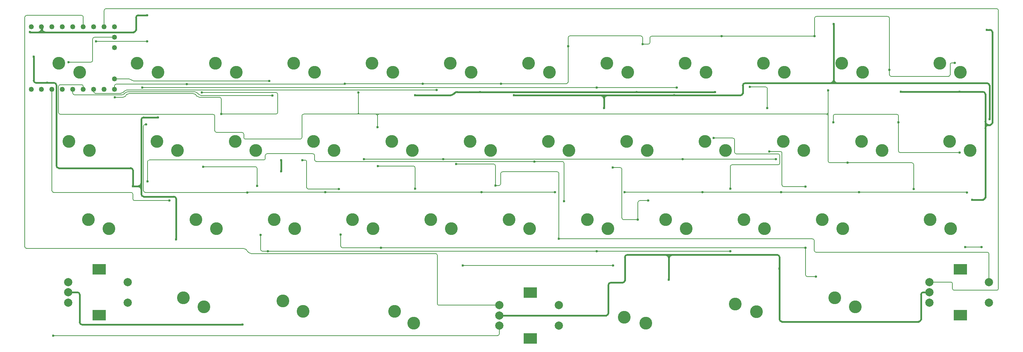
<source format=gbr>
G04 #@! TF.GenerationSoftware,KiCad,Pcbnew,8.0.2-1*
G04 #@! TF.CreationDate,2024-07-03T19:50:57+09:00*
G04 #@! TF.ProjectId,lagoon,6c61676f-6f6e-42e6-9b69-6361645f7063,rev?*
G04 #@! TF.SameCoordinates,Original*
G04 #@! TF.FileFunction,Copper,L1,Top*
G04 #@! TF.FilePolarity,Positive*
%FSLAX46Y46*%
G04 Gerber Fmt 4.6, Leading zero omitted, Abs format (unit mm)*
G04 Created by KiCad (PCBNEW 8.0.2-1) date 2024-07-03 19:50:57*
%MOMM*%
%LPD*%
G01*
G04 APERTURE LIST*
G04 #@! TA.AperFunction,WasherPad*
%ADD10C,3.100000*%
G04 #@! TD*
G04 #@! TA.AperFunction,ComponentPad*
%ADD11C,2.000000*%
G04 #@! TD*
G04 #@! TA.AperFunction,ComponentPad*
%ADD12R,3.200000X2.500000*%
G04 #@! TD*
G04 #@! TA.AperFunction,ComponentPad*
%ADD13C,1.250000*%
G04 #@! TD*
G04 #@! TA.AperFunction,ViaPad*
%ADD14C,0.600000*%
G04 #@! TD*
G04 #@! TA.AperFunction,Conductor*
%ADD15C,0.200000*%
G04 #@! TD*
G04 #@! TA.AperFunction,Conductor*
%ADD16C,0.400000*%
G04 #@! TD*
G04 APERTURE END LIST*
D10*
X198785436Y-50325033D03*
X203785436Y-52525033D03*
X74960436Y-69375033D03*
X79960436Y-71575033D03*
X213072936Y-31275033D03*
X218072936Y-33475033D03*
X24954236Y-50325033D03*
X29954236Y-52525033D03*
X174972936Y-31275033D03*
X179972936Y-33475033D03*
X46385436Y-50325033D03*
X51385436Y-52525033D03*
X151160436Y-69375033D03*
X156160436Y-71575033D03*
X217835436Y-50325033D03*
X222835436Y-52525033D03*
X194022936Y-31275033D03*
X199022936Y-33475033D03*
X113060436Y-69375033D03*
X118060436Y-71575033D03*
X239266736Y-50325033D03*
X244266736Y-52525033D03*
X160091336Y-93160490D03*
X165348857Y-94643215D03*
X155922936Y-31275033D03*
X160922936Y-33475033D03*
X141635436Y-50325033D03*
X146635436Y-52525033D03*
X65435436Y-50325033D03*
X70435436Y-52525033D03*
X179735436Y-50325033D03*
X184735436Y-52525033D03*
X187149515Y-89958702D03*
X192290799Y-91804561D03*
X29716736Y-69375033D03*
X34716736Y-71575033D03*
D11*
X129722985Y-90270414D03*
X129722985Y-95270414D03*
X129722985Y-92770414D03*
D12*
X137222985Y-87170414D03*
X137222985Y-98370414D03*
D11*
X144222985Y-95270414D03*
X144222985Y-90270414D03*
D10*
X77095817Y-89248038D03*
X81930173Y-91791461D03*
X132110436Y-69375033D03*
X137110436Y-71575033D03*
X52824736Y-88425033D03*
X57824736Y-90625033D03*
X84485436Y-50325033D03*
X89485436Y-52525033D03*
X94010436Y-69375033D03*
X99010436Y-71575033D03*
X117822936Y-31275033D03*
X122822936Y-33475033D03*
X136872936Y-31275033D03*
X141872936Y-33475033D03*
X55910436Y-69375033D03*
X60910436Y-71575033D03*
X22572936Y-31275033D03*
X27572936Y-33475033D03*
D11*
X234385436Y-84606233D03*
X234385436Y-89606233D03*
X234385436Y-87106233D03*
D12*
X241885436Y-81506233D03*
X241885436Y-92706233D03*
D11*
X248885436Y-89606233D03*
X248885436Y-84606233D03*
D10*
X41622936Y-31275033D03*
X46622936Y-33475033D03*
X236885436Y-31275033D03*
X241885436Y-33475033D03*
X122585436Y-50325033D03*
X127585436Y-52525033D03*
X60672936Y-31275033D03*
X65672936Y-33475033D03*
X160685436Y-50325033D03*
X165685436Y-52525033D03*
X189260436Y-69375033D03*
X194260436Y-71575033D03*
X208310436Y-69375033D03*
X213310436Y-71575033D03*
D11*
X24835436Y-84606233D03*
X24835436Y-89606233D03*
X24835436Y-87106233D03*
D12*
X32335436Y-81506233D03*
X32335436Y-92706233D03*
D11*
X39335436Y-89606233D03*
X39335436Y-84606233D03*
D10*
X234504236Y-69375033D03*
X239504236Y-71575033D03*
X170210436Y-69375033D03*
X175210436Y-71575033D03*
X104273055Y-91765459D03*
X108918215Y-94639915D03*
X103535436Y-50325033D03*
X108535436Y-52525033D03*
X98772936Y-31275033D03*
X103772936Y-33475033D03*
X79722936Y-31275033D03*
X84722936Y-33475033D03*
D13*
X15808236Y-37684667D03*
X18328236Y-37684667D03*
X20868236Y-37684667D03*
X23398236Y-37684667D03*
X25948236Y-37684667D03*
X28488236Y-37684667D03*
X31028236Y-37684667D03*
X33568236Y-37684667D03*
X36108236Y-37684667D03*
X36108236Y-35144667D03*
X36108236Y-27524667D03*
X36108236Y-24984667D03*
X36092577Y-22444667D03*
X33568236Y-22444667D03*
X31028236Y-22444667D03*
X28488236Y-22444667D03*
X25948236Y-22444667D03*
X23408236Y-22444667D03*
X20868236Y-22444667D03*
X18328236Y-22444667D03*
X15808236Y-22444667D03*
D10*
X211365536Y-88425033D03*
X216365536Y-90625033D03*
D14*
X111122936Y-36268633D03*
X146473999Y-27136557D03*
X130121336Y-36268633D03*
X240523275Y-31195033D03*
X164571862Y-26661495D03*
X224654901Y-32875033D03*
X206428445Y-24727979D03*
X53705036Y-36371433D03*
X92122936Y-36268633D03*
X183780599Y-24724584D03*
X73747936Y-35658181D03*
X226848938Y-45711294D03*
X174351199Y-54634907D03*
X241774753Y-53100669D03*
X116125072Y-54637103D03*
X197067436Y-54632943D03*
X210995790Y-45737533D03*
X96786644Y-54637633D03*
X179167474Y-62748266D03*
X87422556Y-62759642D03*
X125423677Y-62759056D03*
X143273514Y-62757735D03*
X68433396Y-62765268D03*
X217280185Y-62755122D03*
X43743413Y-46200913D03*
X243477315Y-62761285D03*
X160173693Y-62750197D03*
X198282435Y-62750330D03*
X24869115Y-31034175D03*
X243066941Y-76131845D03*
X247080160Y-76131845D03*
X51099751Y-74215565D03*
X16408236Y-29663347D03*
X241711117Y-38254503D03*
X163201553Y-38301656D03*
X125103401Y-38299309D03*
X19716336Y-36079833D03*
X109244995Y-39081233D03*
X227439646Y-38254955D03*
X182247936Y-38295366D03*
X46668836Y-44478833D03*
X248316036Y-23140233D03*
X40571036Y-61286998D03*
X244820377Y-64550781D03*
X44024966Y-25977204D03*
X31602836Y-25992233D03*
X211102136Y-21699604D03*
X67208932Y-94986016D03*
X76658840Y-54890116D03*
X76658840Y-57647128D03*
X15470180Y-23715571D03*
X133289836Y-39137533D03*
X155187006Y-42253349D03*
X172304110Y-39137533D03*
X44076224Y-19594038D03*
X170992455Y-84060213D03*
X197904136Y-81313137D03*
X248979036Y-44937533D03*
X157397145Y-80552359D03*
X120815149Y-80562505D03*
X138288437Y-55237633D03*
X145448385Y-64896607D03*
X44129436Y-60093933D03*
X165929346Y-64788139D03*
X157343166Y-56736881D03*
X163447936Y-69443477D03*
X153423236Y-37213333D03*
X49474736Y-64769933D03*
X42821836Y-37213333D03*
X172904110Y-37201355D03*
X70774836Y-61196533D03*
X185910436Y-77100333D03*
X73374712Y-77079333D03*
X153442280Y-77095175D03*
X62047936Y-43683166D03*
X185910436Y-61885433D03*
X181833545Y-49550453D03*
X57671036Y-56512233D03*
X71620555Y-73128117D03*
X36171700Y-39636733D03*
X57322936Y-38450333D03*
X91149836Y-73007033D03*
X206803474Y-83292729D03*
X100955636Y-76284333D03*
X81763236Y-54890116D03*
X190672936Y-37093169D03*
X194938836Y-42240133D03*
X90660436Y-61968833D03*
X195435436Y-52785733D03*
X74475392Y-39184782D03*
X204242236Y-61387533D03*
X204247845Y-76284333D03*
X95422936Y-38448433D03*
X100187036Y-56326733D03*
X100046036Y-46870933D03*
X209722936Y-37931841D03*
X109216736Y-61897533D03*
X214485436Y-55560133D03*
X230533175Y-61981133D03*
X128760436Y-61097133D03*
X144222936Y-74097333D03*
X119235436Y-55859533D03*
X114472936Y-37848433D03*
X21168935Y-97648079D03*
D15*
X146473999Y-27136557D02*
X146473979Y-25064254D01*
X224654901Y-20335354D02*
X224654901Y-32875033D01*
X146473999Y-27136557D02*
X146466336Y-27144220D01*
X206428445Y-24727979D02*
X206424860Y-24724394D01*
X53705036Y-36371433D02*
X36531959Y-36371433D01*
X239411800Y-31618985D02*
X239411800Y-34085772D01*
X206425050Y-24724584D02*
X206428445Y-24727979D01*
X164572936Y-26662569D02*
X164571862Y-26661495D01*
X183780599Y-24724584D02*
X166781837Y-24724584D01*
X146041736Y-36268633D02*
X130121336Y-36268633D01*
X92122936Y-36268633D02*
X92122936Y-36371433D01*
X206848629Y-19911959D02*
X224231506Y-19911959D01*
X224654901Y-34085446D02*
X224654901Y-32875033D01*
X111122936Y-36268633D02*
X92122936Y-36268633D01*
X240523275Y-31195033D02*
X239835791Y-31195009D01*
X165934907Y-26661495D02*
X164571862Y-26661495D01*
X36108236Y-36795156D02*
X36108236Y-37684633D01*
X146466336Y-27144220D02*
X146466336Y-35844033D01*
X183780599Y-24724584D02*
X206425050Y-24724584D01*
X146898011Y-24640218D02*
X164148713Y-24640218D01*
X111122936Y-36268633D02*
X130121336Y-36268633D01*
X238987748Y-34509824D02*
X225079279Y-34509824D01*
X92122936Y-36371433D02*
X53705036Y-36371433D01*
X166358603Y-25147833D02*
X166358643Y-26237744D01*
X164571862Y-26661495D02*
X164571832Y-25063329D01*
X206424860Y-24724394D02*
X206424860Y-20335728D01*
X166358643Y-26237744D02*
G75*
G02*
X165934907Y-26661543I-423743J-56D01*
G01*
X224231506Y-19911959D02*
G75*
G02*
X224654941Y-20335354I-6J-423441D01*
G01*
X36531959Y-36371433D02*
G75*
G03*
X36108233Y-36795156I41J-423767D01*
G01*
X166781837Y-24724584D02*
G75*
G03*
X166358584Y-25147833I-37J-423216D01*
G01*
X146898011Y-24640218D02*
G75*
G03*
X146473918Y-25064254I-11J-424082D01*
G01*
X225079279Y-34509824D02*
G75*
G02*
X224654876Y-34085446I21J424424D01*
G01*
X239835791Y-31195009D02*
G75*
G03*
X239411809Y-31618985I9J-423991D01*
G01*
X146466336Y-35844033D02*
G75*
G02*
X146041736Y-36268636I-424636J33D01*
G01*
X239411800Y-34085772D02*
G75*
G02*
X238987748Y-34509900I-424100J-28D01*
G01*
X206424860Y-20335728D02*
G75*
G02*
X206848629Y-19911960I423740J28D01*
G01*
X164148713Y-24640218D02*
G75*
G02*
X164571782Y-25063329I-13J-423082D01*
G01*
X40233378Y-35373405D02*
X40290183Y-35430210D01*
X226848938Y-45711294D02*
X226848938Y-52678345D01*
X116127268Y-54634907D02*
X116125072Y-54637103D01*
X226409911Y-43723192D02*
X211420906Y-43723192D01*
X40231365Y-35373405D02*
X40233378Y-35373405D01*
X241773789Y-53101633D02*
X241774753Y-53100669D01*
X40837848Y-35657052D02*
X73745211Y-35657052D01*
X227272226Y-53101633D02*
X241773789Y-53101633D01*
X73745211Y-35657052D02*
X73747936Y-35658181D01*
X174351199Y-54634907D02*
X116127268Y-54634907D01*
X96787174Y-54637103D02*
X96786644Y-54637633D01*
X36108236Y-35144667D02*
X39679175Y-35144667D01*
X174353163Y-54632943D02*
X197067436Y-54632943D01*
X226833762Y-45696118D02*
X226833762Y-44147043D01*
X116125072Y-54637103D02*
X96787174Y-54637103D01*
X40286746Y-35428787D02*
X40290183Y-35430210D01*
X210995790Y-44148308D02*
X210995790Y-45737533D01*
X174351199Y-54634907D02*
X174353163Y-54632943D01*
X226833762Y-44147043D02*
G75*
G03*
X226409911Y-43723138I-423862J43D01*
G01*
X40290183Y-35430210D02*
G75*
G03*
X40837848Y-35657013I547617J547710D01*
G01*
X226848938Y-52678345D02*
G75*
G03*
X227272226Y-53101562I423262J45D01*
G01*
X211420906Y-43723192D02*
G75*
G03*
X210995792Y-44148308I-6J-425108D01*
G01*
X39679175Y-35144667D02*
G75*
G02*
X40231367Y-35373403I25J-780833D01*
G01*
X226848938Y-45711294D02*
G75*
G02*
X226833706Y-45696118I-38J15194D01*
G01*
X125424998Y-62757735D02*
X125423677Y-62759056D01*
X68439022Y-62759642D02*
X68433396Y-62765268D01*
X43556047Y-46200920D02*
X43743413Y-46200913D01*
X43131545Y-62339687D02*
X43131545Y-46625438D01*
X160173693Y-62750197D02*
X160175624Y-62748266D01*
X125423677Y-62759056D02*
X87425048Y-62759056D01*
X198282435Y-62750330D02*
X179169538Y-62750330D01*
X87422556Y-62759642D02*
X68439022Y-62759642D01*
X243477315Y-62761285D02*
X243471216Y-62755186D01*
X179172936Y-62742804D02*
X179167474Y-62748266D01*
X143273514Y-62757735D02*
X125424998Y-62757735D01*
X198282435Y-62750330D02*
X217275393Y-62750330D01*
X68433396Y-62765268D02*
X68417107Y-62748979D01*
X243471216Y-62755186D02*
X217280249Y-62755186D01*
X87425048Y-62759056D02*
X87422556Y-62761548D01*
X217280249Y-62755186D02*
X217280185Y-62755122D01*
X217275393Y-62750330D02*
X217280185Y-62755122D01*
X68433396Y-62765268D02*
X43557126Y-62765268D01*
X217266803Y-62750330D02*
X217271659Y-62755186D01*
X160175624Y-62748266D02*
X179167474Y-62748266D01*
X179169538Y-62750330D02*
X179167474Y-62748266D01*
X198275943Y-62581133D02*
X198272659Y-62584417D01*
X43557126Y-62765268D02*
G75*
G02*
X43131532Y-62339687I-26J425568D01*
G01*
X43131545Y-46625438D02*
G75*
G02*
X43556047Y-46200845I424555J38D01*
G01*
X30764436Y-30619016D02*
X30764436Y-25408173D01*
X31187976Y-24984633D02*
X36108236Y-24984633D01*
X24877573Y-31042633D02*
X30340819Y-31042633D01*
X24869115Y-31034175D02*
X24877573Y-31042633D01*
X30340819Y-31042633D02*
G75*
G03*
X30764433Y-30619016I-19J423633D01*
G01*
X30764436Y-25408173D02*
G75*
G02*
X31187976Y-24984636I423564J-27D01*
G01*
X243066941Y-76131845D02*
X247080160Y-76131845D01*
D16*
X42620142Y-62073698D02*
X42620136Y-62073704D01*
X21932336Y-56271796D02*
X21932336Y-36642020D01*
X247958736Y-47113460D02*
X247958736Y-45557088D01*
X244820377Y-64550781D02*
X247395113Y-64550747D01*
X125097936Y-38296333D02*
X163196230Y-38296333D01*
X51088736Y-64355745D02*
X51088727Y-64355736D01*
X40571036Y-61286998D02*
X41830209Y-61286998D01*
X163196230Y-38296333D02*
X163201553Y-38301656D01*
X21370149Y-36079833D02*
X19716336Y-36079833D01*
X46668836Y-44478833D02*
X43183491Y-44478833D01*
X227440098Y-38254503D02*
X241711117Y-38254503D01*
X118577434Y-38788426D02*
X118582608Y-38786283D01*
X42620136Y-45042188D02*
X42620136Y-60497046D01*
X50524519Y-63791536D02*
X43181034Y-63791536D01*
X248737247Y-46335577D02*
X249118382Y-46335577D01*
X41830209Y-61286998D02*
X41833430Y-61286998D01*
X42620142Y-60497052D02*
X42620142Y-62073698D01*
X163201553Y-38301656D02*
X163206876Y-38296333D01*
X19716336Y-36079833D02*
X16972289Y-36079830D01*
X249117266Y-23140233D02*
X248316036Y-23140233D01*
X119486426Y-38299309D02*
X125103401Y-38299309D01*
X40571036Y-61286998D02*
X40571036Y-57396647D01*
X227439646Y-38254955D02*
X227440098Y-38254503D01*
X249681036Y-45772923D02*
X249681036Y-23704003D01*
X40007722Y-56833333D02*
X22493873Y-56833333D01*
X247958736Y-38817550D02*
X247958736Y-45557088D01*
X42620136Y-60497046D02*
X42620142Y-60497052D01*
X42620136Y-63230638D02*
X42620136Y-62073704D01*
X16408236Y-35515776D02*
X16408236Y-29663347D01*
X163206876Y-38296333D02*
X182246969Y-38296333D01*
X182246969Y-38296333D02*
X182247936Y-38295366D01*
X118582608Y-38786283D02*
X118774835Y-38594056D01*
X248737247Y-46335577D02*
X248736619Y-46335577D01*
X51099751Y-74215565D02*
X51088736Y-74204550D01*
X247958736Y-45557088D02*
X247958745Y-45557097D01*
X241711117Y-38254503D02*
X247395689Y-38254503D01*
X51088736Y-74204550D02*
X51088736Y-64355745D01*
X247958736Y-47113460D02*
X247958736Y-63987117D01*
X109244995Y-39081233D02*
X117870519Y-39081233D01*
X247958745Y-45557097D02*
G75*
G03*
X248737247Y-46335555I778455J-3D01*
G01*
X21932336Y-36642020D02*
G75*
G03*
X21370149Y-36079764I-562236J20D01*
G01*
X249681036Y-23704003D02*
G75*
G03*
X249117266Y-23140264I-563736J3D01*
G01*
X43181034Y-63791536D02*
G75*
G02*
X42620064Y-63230638I-34J560936D01*
G01*
X247958736Y-63987117D02*
G75*
G02*
X247395113Y-64550736I-563636J17D01*
G01*
X117870519Y-39081233D02*
G75*
G03*
X118577422Y-38788414I-19J999733D01*
G01*
X249118382Y-46335577D02*
G75*
G03*
X249681077Y-45772923I18J562677D01*
G01*
X247395689Y-38254503D02*
G75*
G02*
X247958797Y-38817550I11J-563097D01*
G01*
X42620142Y-60497052D02*
G75*
G02*
X41830209Y-61287042I-789942J-48D01*
G01*
X248736619Y-46335577D02*
G75*
G03*
X247958677Y-47113460I-19J-777923D01*
G01*
X51088727Y-64355736D02*
G75*
G03*
X50524519Y-63791473I-564227J36D01*
G01*
X43183491Y-44478833D02*
G75*
G03*
X42620133Y-45042188I9J-563367D01*
G01*
X22493873Y-56833333D02*
G75*
G02*
X21932367Y-56271796I27J561533D01*
G01*
X41833430Y-61286998D02*
G75*
G02*
X42620102Y-62073704I-30J-786702D01*
G01*
X118774835Y-38594056D02*
G75*
G02*
X119486426Y-38299339I711565J-711644D01*
G01*
X16972289Y-36079830D02*
G75*
G02*
X16408270Y-35515776I11J564030D01*
G01*
X40571036Y-57396647D02*
G75*
G03*
X40007722Y-56833264I-563336J47D01*
G01*
D15*
X31602836Y-25992233D02*
X43988683Y-25992233D01*
X43988683Y-25992233D02*
G75*
G03*
X44024979Y-25977217I17J51333D01*
G01*
D16*
X155187006Y-42253349D02*
X155187006Y-39920213D01*
X231760789Y-94262891D02*
X198465272Y-94262891D01*
X211896261Y-36171133D02*
X210318645Y-36171133D01*
X197904236Y-81313037D02*
X197904236Y-78560992D01*
X248414799Y-36171133D02*
X211896261Y-36171133D01*
X41313847Y-20159456D02*
X41313847Y-23167931D01*
X248979036Y-44937533D02*
X248979036Y-36735370D01*
X17672829Y-23737528D02*
X17672830Y-23737527D01*
X76658840Y-57647128D02*
X76658840Y-54890116D01*
X160828847Y-77997968D02*
X170201930Y-77997968D01*
X171784831Y-77997968D02*
X170201930Y-77997968D01*
X40744245Y-23737533D02*
X19130084Y-23737533D01*
X210318645Y-36171133D02*
X189510771Y-36171133D01*
X27606093Y-94423365D02*
X27606093Y-87667824D01*
X188947936Y-36733968D02*
X188947936Y-38575815D01*
X156254392Y-85326334D02*
X156254392Y-92208404D01*
X155969652Y-39137540D02*
X155969645Y-39137533D01*
X172304110Y-39137533D02*
X155969659Y-39137533D01*
X17672830Y-23737527D02*
X19130078Y-23737527D01*
X197904236Y-93701855D02*
X197904236Y-81313237D01*
X155969659Y-39137533D02*
X155969652Y-39137540D01*
X155692382Y-92770414D02*
X129722985Y-92770414D01*
X40750785Y-23730993D02*
X40744245Y-23737533D01*
D15*
X18328236Y-22444667D02*
X18328236Y-22517833D01*
D16*
X18328236Y-22513731D02*
X18328236Y-22444667D01*
X19130078Y-23737527D02*
X19130084Y-23737533D01*
X18447936Y-23055349D02*
X18447936Y-22637533D01*
X27044502Y-87106233D02*
X24835436Y-87106233D01*
X197341212Y-77997968D02*
X171784831Y-77997968D01*
X211102136Y-34537533D02*
X211102136Y-35387642D01*
X188386218Y-39137533D02*
X172304110Y-39137533D01*
X197904236Y-81313237D02*
X197904136Y-81313137D01*
X211102136Y-21699604D02*
X211102136Y-34537533D01*
X155187006Y-39920213D02*
X155187006Y-39912673D01*
X170992455Y-84060213D02*
X170992455Y-78790345D01*
X211102136Y-35377008D02*
X211102136Y-34537533D01*
X171784831Y-77997968D02*
X171784830Y-77997969D01*
X133289836Y-39137533D02*
X154411866Y-39137533D01*
X232324705Y-87669106D02*
X232324705Y-93698975D01*
X170992455Y-78790345D02*
X170992455Y-78788493D01*
X234385436Y-87106233D02*
X232887578Y-87106233D01*
X18328237Y-23082115D02*
X18328236Y-22513731D01*
X15492137Y-23737528D02*
X17672829Y-23737528D01*
X19130084Y-23737533D02*
X19130074Y-23737523D01*
X44076224Y-19594038D02*
X41879265Y-19594038D01*
X156814736Y-84765990D02*
X159703328Y-84765990D01*
X67208932Y-94986016D02*
X28168744Y-94986016D01*
X197904136Y-81313137D02*
X197904236Y-81313037D01*
X160265663Y-84203655D02*
X160265663Y-78561152D01*
X155969645Y-39137533D02*
X154411866Y-39137533D01*
X19130074Y-23737523D02*
G75*
G02*
X18447877Y-23055349I26J682223D01*
G01*
X198465272Y-94262891D02*
G75*
G02*
X197904309Y-93701855I28J560991D01*
G01*
X211102136Y-35387642D02*
G75*
G02*
X210318645Y-36171136I-783536J42D01*
G01*
X41879265Y-19594038D02*
G75*
G03*
X41313838Y-20159456I35J-565462D01*
G01*
X17672830Y-23737527D02*
G75*
G03*
X18328227Y-23082115I-30J655427D01*
G01*
X188947936Y-38575815D02*
G75*
G02*
X188386218Y-39137536I-561736J15D01*
G01*
X15470180Y-23715571D02*
G75*
G03*
X15492137Y-23737520I21920J-29D01*
G01*
X27606093Y-87667824D02*
G75*
G03*
X27044502Y-87106207I-561593J24D01*
G01*
X155187006Y-39912673D02*
G75*
G03*
X154411866Y-39137594I-775106J-27D01*
G01*
X155969652Y-39137540D02*
G75*
G03*
X155187040Y-39920213I48J-782660D01*
G01*
X189510771Y-36171133D02*
G75*
G03*
X188947933Y-36733968I29J-562867D01*
G01*
X28168744Y-94986016D02*
G75*
G02*
X27606084Y-94423365I-44J562616D01*
G01*
X232887578Y-87106233D02*
G75*
G03*
X232324733Y-87669106I22J-562867D01*
G01*
X41313847Y-23167931D02*
G75*
G02*
X40750785Y-23730947I-563047J31D01*
G01*
X156814736Y-84765990D02*
G75*
G03*
X156254390Y-85326334I-36J-560310D01*
G01*
X171784830Y-77997969D02*
G75*
G03*
X170992469Y-78790345I-30J-792331D01*
G01*
X232324705Y-93698975D02*
G75*
G02*
X231760789Y-94262905I-563905J-25D01*
G01*
X156254392Y-92208404D02*
G75*
G02*
X155692382Y-92770392I-561992J4D01*
G01*
X211896261Y-36171133D02*
G75*
G02*
X211102167Y-35377008I39J794133D01*
G01*
X170992455Y-78788493D02*
G75*
G03*
X170201930Y-77997945I-790555J-7D01*
G01*
X159703328Y-84765990D02*
G75*
G03*
X160265590Y-84203655I-28J562290D01*
G01*
D15*
X18328236Y-22517833D02*
G75*
G03*
X18447936Y-22637464I119664J33D01*
G01*
D16*
X160265663Y-78561152D02*
G75*
G02*
X160828847Y-77998063I563137J-48D01*
G01*
X15492142Y-23737533D02*
G75*
G02*
X15470167Y-23715571I-42J21933D01*
G01*
X248979036Y-36735370D02*
G75*
G03*
X248414799Y-36171164I-564236J-30D01*
G01*
X197904236Y-78560992D02*
G75*
G03*
X197341212Y-77997964I-563036J-8D01*
G01*
D15*
X120815149Y-80562505D02*
X120823006Y-80554648D01*
X121050033Y-80552359D02*
X157397145Y-80552359D01*
X120823006Y-80554648D02*
X120885439Y-80554648D01*
X120885439Y-80554648D02*
G75*
G03*
X121050033Y-80552359I-402839J34883948D01*
G01*
X44129436Y-55300431D02*
X44129436Y-60093933D01*
X138288437Y-55237633D02*
X85205280Y-55237633D01*
X84782469Y-54814822D02*
X84782469Y-53781781D01*
X84359821Y-53359133D02*
X73195252Y-53359133D01*
X72349317Y-54876269D02*
X44553598Y-54876269D01*
X72772515Y-53781870D02*
X72772515Y-54453071D01*
X138288437Y-55237633D02*
X145020904Y-55237633D01*
X145444736Y-64892958D02*
X145448385Y-64896607D01*
X145444736Y-55661465D02*
X145444736Y-64892958D01*
X84782469Y-53781781D02*
G75*
G03*
X84359821Y-53359131I-422669J-19D01*
G01*
X145020904Y-55237633D02*
G75*
G02*
X145444767Y-55661465I-4J-423867D01*
G01*
X73195252Y-53359133D02*
G75*
G03*
X72772533Y-53781870I48J-422767D01*
G01*
X72772515Y-54453071D02*
G75*
G02*
X72349317Y-54876315I-423215J-29D01*
G01*
X85205280Y-55237633D02*
G75*
G02*
X84782467Y-54814822I20J422833D01*
G01*
X44553598Y-54876269D02*
G75*
G03*
X44129469Y-55300431I2J-424131D01*
G01*
X153423236Y-37213333D02*
X172892132Y-37213333D01*
X163447936Y-69443477D02*
X163447936Y-65212426D01*
X49474736Y-64769933D02*
X40959718Y-64769933D01*
X159139691Y-56736905D02*
X157343166Y-56736881D01*
X163447936Y-69443477D02*
X159986710Y-69443477D01*
X40535036Y-64345251D02*
X40535036Y-63201517D01*
X163872239Y-64788126D02*
X165929346Y-64788139D01*
X42821836Y-37213333D02*
X153423236Y-37213333D01*
X20868236Y-62353664D02*
X20868236Y-37684633D01*
X40110669Y-62777150D02*
X21291722Y-62777150D01*
X159563436Y-69020203D02*
X159563436Y-57160656D01*
X163447936Y-65212426D02*
G75*
G02*
X163872239Y-64788136I424264J26D01*
G01*
X172892132Y-37213333D02*
G75*
G03*
X172904033Y-37201355I-32J11933D01*
G01*
X159563436Y-57160656D02*
G75*
G03*
X159139691Y-56736964I-423736J-44D01*
G01*
X159986710Y-69443477D02*
G75*
G02*
X159563423Y-69020203I-10J423277D01*
G01*
X21291722Y-62777150D02*
G75*
G02*
X20868250Y-62353664I-22J423450D01*
G01*
X40535036Y-63201517D02*
G75*
G03*
X40110669Y-62777164I-424336J17D01*
G01*
X40959718Y-64769933D02*
G75*
G02*
X40535067Y-64345251I-18J424633D01*
G01*
X61623636Y-39579333D02*
X56733688Y-39579333D01*
X153442280Y-77095175D02*
X73390554Y-77095175D01*
X197947936Y-53811468D02*
X197947936Y-55637523D01*
X71620555Y-76655682D02*
X71620555Y-73128117D01*
X70350571Y-56512233D02*
X57671036Y-56512233D01*
X185910436Y-56485246D02*
X185910436Y-61885433D01*
X187393364Y-53387733D02*
X197524201Y-53387733D01*
X197523626Y-56061833D02*
X186333849Y-56061833D01*
X70774836Y-61196533D02*
X70774836Y-56936498D01*
X56184537Y-39351867D02*
X55709942Y-38877272D01*
X39165987Y-38875885D02*
X38631912Y-39409960D01*
X153447438Y-77100333D02*
X185910436Y-77100333D01*
X186968891Y-49974327D02*
X186968891Y-52963260D01*
X38084433Y-39636733D02*
X36171700Y-39636733D01*
X75809104Y-43259485D02*
X75809104Y-38874704D01*
X55157475Y-38648433D02*
X39715105Y-38648433D01*
X62047936Y-43683166D02*
X75385423Y-43683166D01*
X75384733Y-38450333D02*
X57322936Y-38450333D01*
X153442280Y-77095175D02*
X153447438Y-77100333D01*
X62047936Y-40003633D02*
X62047936Y-43683166D01*
X73374712Y-77079333D02*
X72044182Y-77079315D01*
X181833545Y-49550453D02*
X186545017Y-49550453D01*
X73390554Y-77095175D02*
G75*
G02*
X73374725Y-77079333I46J15875D01*
G01*
X55709942Y-38877272D02*
G75*
G03*
X55157475Y-38648439I-552442J-552428D01*
G01*
X72044182Y-77079315D02*
G75*
G02*
X71620585Y-76655682I18J423615D01*
G01*
X38631912Y-39409960D02*
G75*
G02*
X38084433Y-39636762I-547512J547460D01*
G01*
X186545017Y-49550453D02*
G75*
G02*
X186968847Y-49974327I-17J-423847D01*
G01*
X186333849Y-56061833D02*
G75*
G03*
X185910433Y-56485246I-49J-423367D01*
G01*
X56733688Y-39579333D02*
G75*
G02*
X56184540Y-39351864I12J776633D01*
G01*
X61623636Y-39579333D02*
G75*
G02*
X62047867Y-40003633I-36J-424267D01*
G01*
X75809104Y-38874704D02*
G75*
G03*
X75384733Y-38450296I-424404J4D01*
G01*
X70774836Y-56936498D02*
G75*
G03*
X70350571Y-56512264I-424236J-2D01*
G01*
X39715105Y-38648433D02*
G75*
G03*
X39165985Y-38875883I-5J-776567D01*
G01*
X75385423Y-43683166D02*
G75*
G03*
X75809066Y-43259485I-23J423666D01*
G01*
X197947936Y-55637523D02*
G75*
G02*
X197523626Y-56061836I-424336J23D01*
G01*
X186968891Y-52963260D02*
G75*
G03*
X187393364Y-53387809I424509J-40D01*
G01*
X197524201Y-53387733D02*
G75*
G02*
X197947967Y-53811468I-1J-423767D01*
G01*
X204242236Y-61387533D02*
X198929677Y-61387533D01*
X204242236Y-76289942D02*
X204247845Y-76284333D01*
X100955636Y-76284333D02*
X204247845Y-76284333D01*
X198506136Y-60963992D02*
X198506136Y-53209907D01*
X198081962Y-52785733D02*
X195435436Y-52785733D01*
X56172387Y-38470698D02*
X56675427Y-38958248D01*
X25948236Y-37684667D02*
X25948257Y-38604929D01*
X26373063Y-39029726D02*
X26389979Y-39036733D01*
X25948236Y-37847400D02*
X25948236Y-37684633D01*
X82855736Y-61544977D02*
X82855736Y-55314259D01*
X206798008Y-83298195D02*
X204665691Y-83298195D01*
X91149836Y-73007033D02*
X91152285Y-73138577D01*
X190672936Y-37093169D02*
X194513798Y-37093169D01*
X57209173Y-39179333D02*
X74469943Y-39179333D01*
X204242236Y-82874740D02*
X204242236Y-76289942D01*
X100955636Y-76284333D02*
X91574038Y-76284333D01*
X74337601Y-39179333D02*
X74346036Y-39187768D01*
X74469943Y-39179333D02*
X74475392Y-39184782D01*
X206803474Y-83292729D02*
X206798008Y-83298195D01*
X91149836Y-73007033D02*
X91149865Y-75860164D01*
X39285356Y-38248433D02*
X55635792Y-38248433D01*
X37845561Y-39036733D02*
X37851656Y-39039258D01*
X91149836Y-73523722D02*
X91149836Y-73007033D01*
X90660436Y-61968833D02*
X83279592Y-61968833D01*
X26389979Y-39036733D02*
X37845561Y-39036733D01*
X82431593Y-54890116D02*
X81763236Y-54890116D01*
X194938836Y-37518207D02*
X194938836Y-42240133D01*
X38397560Y-38813137D02*
X38733803Y-38476894D01*
X194513798Y-37093169D02*
G75*
G02*
X194938831Y-37518207I2J-425031D01*
G01*
X198506136Y-53209907D02*
G75*
G03*
X198081962Y-52785764I-424136J7D01*
G01*
X83279592Y-61968833D02*
G75*
G02*
X82855767Y-61544977I8J423833D01*
G01*
X91574038Y-76284333D02*
G75*
G02*
X91149867Y-75860164I-38J424133D01*
G01*
X25948257Y-38604929D02*
G75*
G03*
X26373063Y-39029743I424843J29D01*
G01*
X204665691Y-83298195D02*
G75*
G02*
X204242205Y-82874740I9J423495D01*
G01*
X56675427Y-38958248D02*
G75*
G03*
X57209173Y-39179351I533773J533748D01*
G01*
X38733803Y-38476894D02*
G75*
G02*
X39285356Y-38248388I551597J-551506D01*
G01*
X55635792Y-38248433D02*
G75*
G02*
X56172393Y-38470692I8J-758867D01*
G01*
X82855736Y-55314259D02*
G75*
G03*
X82431593Y-54890164I-424136J-41D01*
G01*
X198929677Y-61387533D02*
G75*
G02*
X198506167Y-60963992I23J423533D01*
G01*
X37851656Y-39039258D02*
G75*
G03*
X38397589Y-38813166I44J772058D01*
G01*
X209722929Y-44102574D02*
X209722929Y-43304049D01*
X28488236Y-37684633D02*
X28488236Y-36943568D01*
X95422936Y-43309497D02*
X95422936Y-38448433D01*
X100438350Y-43704286D02*
X99642299Y-43704286D01*
X60914525Y-48157419D02*
X67109930Y-48157419D01*
X67535195Y-48582684D02*
X67535195Y-49372317D01*
X95817725Y-43704286D02*
X95041191Y-43704286D01*
X67958205Y-49795327D02*
X81261103Y-49795327D01*
X60489397Y-44179712D02*
X60489397Y-47732291D01*
X108794143Y-56326733D02*
X100187036Y-56326733D01*
X209722936Y-55136374D02*
X209722936Y-44102581D01*
X22471336Y-36944686D02*
X22471336Y-43332221D01*
X209722929Y-43304049D02*
X209722936Y-43304042D01*
X209722936Y-43304042D02*
X209722936Y-37931841D01*
X230523636Y-55983706D02*
X230523636Y-61971594D01*
X209722936Y-44102581D02*
X209722929Y-44102574D01*
X22895245Y-43756130D02*
X60065815Y-43756130D01*
X214485436Y-55560133D02*
X230100063Y-55560133D01*
X99642299Y-43704286D02*
X95817725Y-43704286D01*
X214485436Y-55560133D02*
X210146695Y-55560133D01*
X100046036Y-46870933D02*
X100046036Y-44108023D01*
X230523636Y-61971594D02*
X230533175Y-61981133D01*
X100438350Y-43704286D02*
X209322692Y-43704286D01*
X109216736Y-61897533D02*
X109216736Y-56749326D01*
X82110420Y-43704286D02*
X95041191Y-43704286D01*
X28064851Y-36520183D02*
X22895839Y-36520183D01*
X81687428Y-49369002D02*
X81687428Y-44127278D01*
X67109930Y-48157419D02*
G75*
G02*
X67535181Y-48582684I-30J-425281D01*
G01*
X67535195Y-49372317D02*
G75*
G03*
X67958205Y-49795305I423005J17D01*
G01*
X22895839Y-36520183D02*
G75*
G03*
X22471283Y-36944686I-39J-424517D01*
G01*
X60489397Y-47732291D02*
G75*
G03*
X60914525Y-48157403I425103J-9D01*
G01*
X28488236Y-36943568D02*
G75*
G03*
X28064851Y-36520164I-423436J-32D01*
G01*
X81687428Y-44127278D02*
G75*
G02*
X82110420Y-43704328I422972J-22D01*
G01*
X95817725Y-43704286D02*
G75*
G02*
X95422914Y-43309497I-25J394786D01*
G01*
X60065815Y-43756130D02*
G75*
G02*
X60489370Y-44179712I-15J-423570D01*
G01*
X100046036Y-44108023D02*
G75*
G03*
X99642299Y-43704264I-403736J23D01*
G01*
X81261103Y-49795327D02*
G75*
G03*
X81687427Y-49369002I-3J426327D01*
G01*
X209322692Y-43704286D02*
G75*
G03*
X209722986Y-43304042I8J400286D01*
G01*
X109216736Y-56749326D02*
G75*
G03*
X108794143Y-56326664I-422636J26D01*
G01*
X209722929Y-44102574D02*
G75*
G03*
X209324634Y-43704271I-398329J-26D01*
G01*
X100438350Y-43704286D02*
G75*
G03*
X100045986Y-44096600I-50J-392314D01*
G01*
X210146695Y-55560133D02*
G75*
G02*
X209722967Y-55136374I5J423733D01*
G01*
X95422936Y-43322541D02*
G75*
G02*
X95041191Y-43704236I-381736J41D01*
G01*
X22471336Y-43332221D02*
G75*
G03*
X22895245Y-43756064I423864J21D01*
G01*
X230100063Y-55560133D02*
G75*
G02*
X230523667Y-55983706I37J-423567D01*
G01*
X38495036Y-38074064D02*
X38495023Y-38074097D01*
X38495023Y-38074097D02*
X38159266Y-38409853D01*
X128760436Y-61097133D02*
X128760436Y-56283188D01*
X144222936Y-74097333D02*
X144222936Y-58177325D01*
X130059129Y-58176975D02*
X130059129Y-60672768D01*
X128336781Y-55859533D02*
X119235436Y-55859533D01*
X37611550Y-38636733D02*
X31451770Y-38636733D01*
X129634764Y-61097133D02*
X128760436Y-61097133D01*
X206353936Y-76933448D02*
X206353936Y-74520155D01*
X31028236Y-38213199D02*
X31028236Y-37684633D01*
X205931114Y-74097333D02*
X144222936Y-74097333D01*
X248885436Y-84606233D02*
X248885436Y-77779602D01*
X114472936Y-37848433D02*
X39039740Y-37848433D01*
X248462100Y-77356266D02*
X206776754Y-77356266D01*
X143799022Y-57753411D02*
X130482693Y-57753411D01*
X128760436Y-56283188D02*
G75*
G03*
X128336781Y-55859564I-423636J-12D01*
G01*
X206776754Y-77356266D02*
G75*
G02*
X206353934Y-76933448I46J422866D01*
G01*
X130059129Y-60672768D02*
G75*
G02*
X129634764Y-61097129I-424329J-32D01*
G01*
X38159266Y-38409853D02*
G75*
G02*
X37611550Y-38636707I-547666J547653D01*
G01*
X31451770Y-38636733D02*
G75*
G02*
X31028267Y-38213199I30J423533D01*
G01*
X130482693Y-57753411D02*
G75*
G03*
X130059111Y-58176975I7J-423589D01*
G01*
X39039740Y-37848433D02*
G75*
G03*
X38495025Y-38074053I-40J-770267D01*
G01*
X144222936Y-58177325D02*
G75*
G03*
X143799022Y-57753364I-423936J25D01*
G01*
X206353936Y-74520155D02*
G75*
G03*
X205931114Y-74097364I-422836J-45D01*
G01*
X248885436Y-77779602D02*
G75*
G03*
X248462100Y-77356264I-423336J2D01*
G01*
X69339587Y-77679333D02*
X114193878Y-77679333D01*
X28488236Y-22444633D02*
X28488236Y-20078854D01*
X14676499Y-76410610D02*
X67428071Y-76410610D01*
X67979290Y-76638940D02*
X68793397Y-77453086D01*
X114617136Y-78102591D02*
X114617136Y-89846226D01*
X28063406Y-19654024D02*
X14675753Y-19654024D01*
X14251057Y-20078720D02*
X14251057Y-75985168D01*
X115041324Y-90270414D02*
X129722985Y-90270414D01*
X67428071Y-76410610D02*
G75*
G02*
X67979298Y-76638932I29J-779490D01*
G01*
X28488236Y-20078854D02*
G75*
G03*
X28063406Y-19654064I-424836J-46D01*
G01*
X68793397Y-77453086D02*
G75*
G03*
X69339587Y-77679336I546203J546186D01*
G01*
X114617136Y-89846226D02*
G75*
G03*
X115041324Y-90270364I424164J26D01*
G01*
X114193878Y-77679333D02*
G75*
G02*
X114617167Y-78102591I22J-423267D01*
G01*
X14251057Y-75985168D02*
G75*
G03*
X14676499Y-76410643I425443J-32D01*
G01*
X14675753Y-19654024D02*
G75*
G03*
X14251124Y-20078720I47J-424676D01*
G01*
X129722936Y-95760246D02*
X129722985Y-95760197D01*
X21168935Y-97648079D02*
X129298617Y-97648079D01*
X129722936Y-97223760D02*
X129722936Y-95760246D01*
X129298617Y-97648079D02*
G75*
G03*
X129722879Y-97223760I-17J424279D01*
G01*
X33568236Y-18425254D02*
X33568236Y-22444633D01*
X251154684Y-86208489D02*
X251154684Y-18423310D01*
X250732694Y-18001320D02*
X33992170Y-18001320D01*
X234385436Y-84606233D02*
X239560885Y-84606233D01*
X240408968Y-86632880D02*
X250730293Y-86632880D01*
X239985036Y-85030384D02*
X239985036Y-86208948D01*
X250730293Y-86632880D02*
G75*
G03*
X251154680Y-86208489I7J424380D01*
G01*
X33992170Y-18001320D02*
G75*
G03*
X33568220Y-18425254I30J-423980D01*
G01*
X239985036Y-86208948D02*
G75*
G03*
X240408968Y-86632864I423964J48D01*
G01*
X251154684Y-18423310D02*
G75*
G03*
X250732694Y-18001316I-421984J10D01*
G01*
X239560885Y-84606233D02*
G75*
G02*
X239985067Y-85030384I15J-424167D01*
G01*
M02*

</source>
